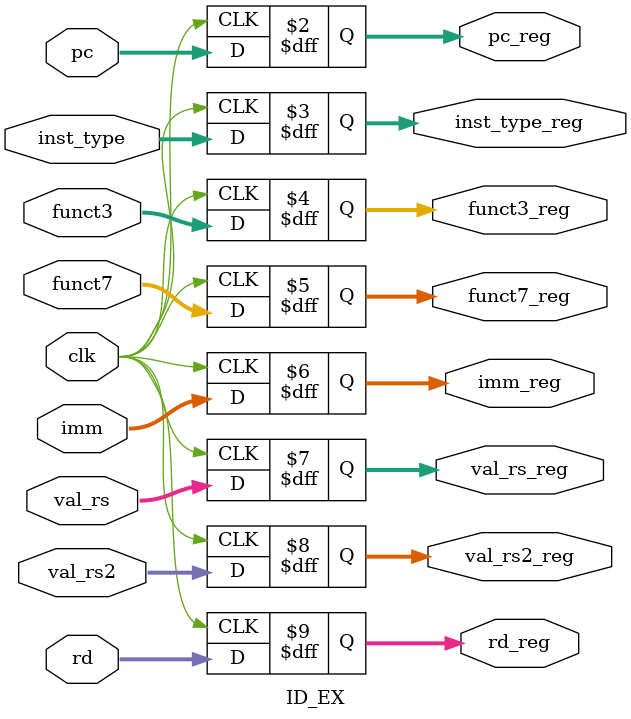
<source format=v>
`timescale 1ns / 1ps


module ID_EX(
    input [31:0] pc,
    input [2:0] inst_type,
    input [2:0] funct3,
    input [5:0] funct7,
    input [31:0] imm,
    input [31:0] val_rs,
    input [31:0] val_rs2,
    input [4:0] rd,
    input clk,

    output reg [31:0] pc_reg,
    output reg [2:0] inst_type_reg,
    output reg [2:0] funct3_reg,
    output reg [5:0] funct7_reg,
    output reg [31:0] imm_reg,
    output reg [31:0] val_rs_reg,
    output reg [31:0] val_rs2_reg,
    output reg [4:0] rd_reg
    );

    always @(negedge clk) begin
        pc_reg <= pc;
        inst_type_reg <= inst_type;
        funct3_reg <= funct3;
        funct7_reg <= funct7;
        imm_reg <= imm;
        val_rs_reg <= val_rs;
        val_rs2_reg <= val_rs2;
        rd_reg <= rd;
    end

endmodule

</source>
